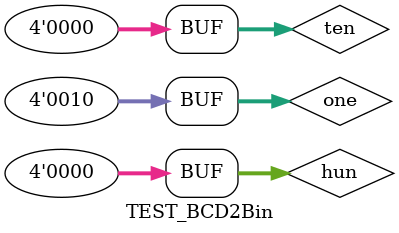
<source format=v>
`timescale 1ns / 1ps


module TEST_BCD2Bin;

	// Inputs
	reg [3:0] hun;
	reg [3:0] ten;
	reg [3:0] one;
	wire [7:0] bin;

	// Instantiate the Unit Under Test (UUT)
	BCD2Bin uut (
		.hun(hun), 
		.ten(ten), 
		.one(one), 
		.bin(bin)
	);

	initial begin
		// Initialize Inputs
		hun = 0;
		ten = 0;
		one = 0;

		// Wait 100 ns for global reset to finish
		#100;
		
		one = 5; ten = 2; hun = 1; #10;
		one = 4; ten = 7; hun = 1; #10;
		one = 8; ten = 2; hun = 0; #10;
		one = 3; ten = 1; hun = 0; #10;
		one = 2; ten = 0; hun = 0; #10;
        
		// Add stimulus here

	end
      
endmodule


</source>
